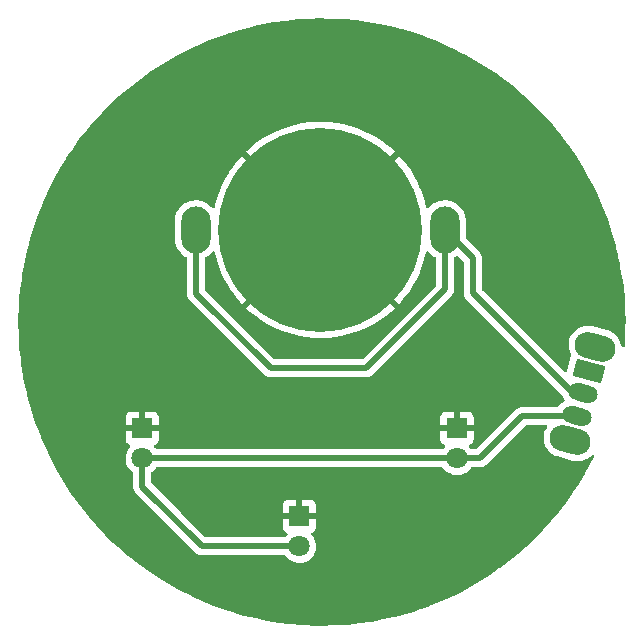
<source format=gbr>
%TF.GenerationSoftware,KiCad,Pcbnew,(6.0.4)*%
%TF.CreationDate,2022-06-06T16:45:48-07:00*%
%TF.ProjectId,Alpenglow_ChillySnowCloud_PCB,416c7065-6e67-46c6-9f77-5f4368696c6c,rev?*%
%TF.SameCoordinates,Original*%
%TF.FileFunction,Copper,L2,Bot*%
%TF.FilePolarity,Positive*%
%FSLAX46Y46*%
G04 Gerber Fmt 4.6, Leading zero omitted, Abs format (unit mm)*
G04 Created by KiCad (PCBNEW (6.0.4)) date 2022-06-06 16:45:48*
%MOMM*%
%LPD*%
G01*
G04 APERTURE LIST*
G04 Aperture macros list*
%AMHorizOval*
0 Thick line with rounded ends*
0 $1 width*
0 $2 $3 position (X,Y) of the first rounded end (center of the circle)*
0 $4 $5 position (X,Y) of the second rounded end (center of the circle)*
0 Add line between two ends*
20,1,$1,$2,$3,$4,$5,0*
0 Add two circle primitives to create the rounded ends*
1,1,$1,$2,$3*
1,1,$1,$4,$5*%
%AMRotRect*
0 Rectangle, with rotation*
0 The origin of the aperture is its center*
0 $1 length*
0 $2 width*
0 $3 Rotation angle, in degrees counterclockwise*
0 Add horizontal line*
21,1,$1,$2,0,0,$3*%
G04 Aperture macros list end*
%TA.AperFunction,ComponentPad*%
%ADD10R,1.800000X1.800000*%
%TD*%
%TA.AperFunction,ComponentPad*%
%ADD11C,1.800000*%
%TD*%
%TA.AperFunction,ComponentPad*%
%ADD12O,2.500000X4.000000*%
%TD*%
%TA.AperFunction,SMDPad,CuDef*%
%ADD13C,17.272000*%
%TD*%
%TA.AperFunction,ComponentPad*%
%ADD14HorizOval,2.200000X-0.627852X0.168232X0.627852X-0.168232X0*%
%TD*%
%TA.AperFunction,ComponentPad*%
%ADD15RotRect,1.500000X2.500000X255.000000*%
%TD*%
%TA.AperFunction,ComponentPad*%
%ADD16HorizOval,1.500000X-0.482963X0.129410X0.482963X-0.129410X0*%
%TD*%
%TA.AperFunction,Conductor*%
%ADD17C,0.508000*%
%TD*%
G04 APERTURE END LIST*
D10*
%TO.P,D1,1,K*%
%TO.N,GND*%
X96088200Y-109397800D03*
D11*
%TO.P,D1,2,A*%
%TO.N,/LED+*%
X96088200Y-111937800D03*
%TD*%
D10*
%TO.P,D2,1,K*%
%TO.N,GND*%
X109397800Y-116840000D03*
D11*
%TO.P,D2,2,A*%
%TO.N,/LED+*%
X109397800Y-119380000D03*
%TD*%
D10*
%TO.P,D3,1,K*%
%TO.N,GND*%
X122732800Y-109397800D03*
D11*
%TO.P,D3,2,A*%
%TO.N,/LED+*%
X122732800Y-111937800D03*
%TD*%
D12*
%TO.P,BT1,1,+*%
%TO.N,VCC*%
X121716800Y-92583000D03*
X100634800Y-92583000D03*
D13*
%TO.P,BT1,2,-*%
%TO.N,GND*%
X111175800Y-92583000D03*
%TD*%
D14*
%TO.P,SW1,*%
%TO.N,*%
X134443520Y-102471556D03*
X132321204Y-110392148D03*
D15*
%TO.P,SW1,1,A*%
%TO.N,unconnected-(SW1-Pad1)*%
X133900000Y-104500000D03*
D16*
%TO.P,SW1,2,B*%
%TO.N,VCC*%
X133382362Y-106431852D03*
%TO.P,SW1,3,C*%
%TO.N,/LED+*%
X132864724Y-108363703D03*
%TD*%
D17*
%TO.N,VCC*%
X124079000Y-94945200D02*
X121716800Y-92583000D01*
X115036600Y-104317800D02*
X106959400Y-104317800D01*
X100634800Y-97993200D02*
X100634800Y-92583000D01*
X106959400Y-104317800D02*
X100634800Y-97993200D01*
X132568452Y-106431852D02*
X124079000Y-97942400D01*
X133382362Y-106431852D02*
X132568452Y-106431852D01*
X121716800Y-92583000D02*
X121716800Y-97637600D01*
X124079000Y-97942400D02*
X124079000Y-94945200D01*
X121716800Y-97637600D02*
X115036600Y-104317800D01*
%TO.N,/LED+*%
X96088200Y-114325400D02*
X101142800Y-119380000D01*
X101142800Y-119380000D02*
X109397800Y-119380000D01*
X124663200Y-111937800D02*
X122732800Y-111937800D01*
X96088200Y-111937800D02*
X96088200Y-114325400D01*
X132864724Y-108363703D02*
X128237297Y-108363703D01*
X128237297Y-108363703D02*
X124663200Y-111937800D01*
X122732800Y-111937800D02*
X96088200Y-111937800D01*
%TD*%
%TA.AperFunction,Conductor*%
%TO.N,GND*%
G36*
X111714619Y-74703779D02*
G01*
X112194626Y-74711320D01*
X112199461Y-74711488D01*
X112913298Y-74750148D01*
X113180146Y-74764599D01*
X113184956Y-74764953D01*
X114162820Y-74855667D01*
X114167622Y-74856206D01*
X115141312Y-74984395D01*
X115146050Y-74985111D01*
X115630104Y-75067852D01*
X116114134Y-75150589D01*
X116118886Y-75151496D01*
X117079840Y-75354001D01*
X117084553Y-75355089D01*
X117387538Y-75431193D01*
X118037078Y-75594346D01*
X118041698Y-75595602D01*
X118984309Y-75871240D01*
X118988905Y-75872680D01*
X119920253Y-76184305D01*
X119924806Y-76185926D01*
X120085726Y-76246733D01*
X120843494Y-76533070D01*
X120847985Y-76534867D01*
X121752641Y-76917007D01*
X121757053Y-76918970D01*
X121909870Y-76990555D01*
X122646407Y-77335575D01*
X122650740Y-77337707D01*
X122947872Y-77491068D01*
X123523444Y-77788143D01*
X123527699Y-77790444D01*
X124382455Y-78274042D01*
X124386619Y-78276505D01*
X125222153Y-78792541D01*
X125226220Y-78795161D01*
X126041374Y-79342922D01*
X126045337Y-79345697D01*
X126838849Y-79924336D01*
X126842702Y-79927261D01*
X127613401Y-80535921D01*
X127617140Y-80538992D01*
X128363929Y-81176811D01*
X128367546Y-81180023D01*
X129089268Y-81846009D01*
X129092760Y-81849357D01*
X129788420Y-82542593D01*
X129791780Y-82546073D01*
X130460292Y-83265477D01*
X130463517Y-83269084D01*
X130577362Y-83401441D01*
X131103937Y-84013642D01*
X131106981Y-84017320D01*
X131519720Y-84536203D01*
X131718369Y-84785939D01*
X131721307Y-84789782D01*
X132302708Y-85581265D01*
X132305493Y-85585212D01*
X132856108Y-86398467D01*
X132858726Y-86402501D01*
X133377671Y-87236222D01*
X133380149Y-87240377D01*
X133866752Y-88093481D01*
X133869058Y-88097712D01*
X134222340Y-88776361D01*
X134322526Y-88968816D01*
X134324674Y-88973142D01*
X134657904Y-89678095D01*
X134744368Y-89861012D01*
X134746345Y-89865410D01*
X134926898Y-90288711D01*
X135131663Y-90768776D01*
X135133475Y-90773261D01*
X135483817Y-91690715D01*
X135485455Y-91695267D01*
X135800328Y-92625519D01*
X135801790Y-92630128D01*
X136036393Y-93422133D01*
X136080708Y-93571739D01*
X136081989Y-93576388D01*
X136324439Y-94527557D01*
X136324565Y-94528050D01*
X136325667Y-94532747D01*
X136398561Y-94872765D01*
X136531533Y-95493025D01*
X136532456Y-95497774D01*
X136564954Y-95683978D01*
X136655650Y-96203639D01*
X136701304Y-96465226D01*
X136702041Y-96469988D01*
X136833628Y-97443223D01*
X136834183Y-97448016D01*
X136928006Y-98422405D01*
X136928312Y-98425587D01*
X136928681Y-98430387D01*
X136944589Y-98706278D01*
X136985214Y-99410845D01*
X136985400Y-99415679D01*
X137004262Y-100398015D01*
X137004276Y-100401966D01*
X136999449Y-100797017D01*
X136996651Y-101026048D01*
X136996540Y-101030005D01*
X136953683Y-102011576D01*
X136953379Y-102016404D01*
X136918630Y-102439065D01*
X136893114Y-102505318D01*
X136835829Y-102547258D01*
X136764963Y-102551570D01*
X136703016Y-102516884D01*
X136669656Y-102454214D01*
X136668132Y-102445188D01*
X136660573Y-102387768D01*
X136649587Y-102304327D01*
X136577679Y-102061570D01*
X136468680Y-101833050D01*
X136385200Y-101711585D01*
X136328082Y-101628477D01*
X136328078Y-101628473D01*
X136325276Y-101624395D01*
X136321871Y-101620806D01*
X136321867Y-101620802D01*
X136154403Y-101444332D01*
X136154401Y-101444331D01*
X136150996Y-101440742D01*
X136140761Y-101432888D01*
X135954055Y-101289624D01*
X135954053Y-101289623D01*
X135950132Y-101286614D01*
X135727630Y-101165806D01*
X135548727Y-101102453D01*
X135443936Y-101074375D01*
X134173326Y-100733916D01*
X134173315Y-100733913D01*
X134170932Y-100733275D01*
X134134453Y-100726514D01*
X133989183Y-100699590D01*
X133989182Y-100699590D01*
X133984321Y-100698689D01*
X133872079Y-100695750D01*
X133736169Y-100692190D01*
X133736163Y-100692190D01*
X133731224Y-100692061D01*
X133561357Y-100714424D01*
X133485113Y-100724462D01*
X133485112Y-100724462D01*
X133480207Y-100725108D01*
X133237450Y-100797017D01*
X133216919Y-100806810D01*
X133013399Y-100903884D01*
X133013395Y-100903886D01*
X133008930Y-100906016D01*
X133004846Y-100908823D01*
X132804357Y-101046614D01*
X132804353Y-101046618D01*
X132800275Y-101049420D01*
X132796686Y-101052825D01*
X132796682Y-101052829D01*
X132620212Y-101220293D01*
X132616622Y-101223700D01*
X132613612Y-101227623D01*
X132613610Y-101227625D01*
X132566037Y-101289624D01*
X132462494Y-101424564D01*
X132341686Y-101647066D01*
X132257172Y-101885727D01*
X132256272Y-101890585D01*
X132256270Y-101890591D01*
X132211936Y-102129797D01*
X132211033Y-102134671D01*
X132210903Y-102139620D01*
X132210903Y-102139624D01*
X132206462Y-102309233D01*
X132204405Y-102387768D01*
X132237452Y-102638785D01*
X132309361Y-102881542D01*
X132418360Y-103110062D01*
X132420273Y-103112846D01*
X132436911Y-103181414D01*
X132428527Y-103220985D01*
X132407992Y-103273928D01*
X132338690Y-103532566D01*
X132058917Y-104576693D01*
X132021965Y-104637316D01*
X131958105Y-104668337D01*
X131887610Y-104659909D01*
X131848115Y-104633177D01*
X124878405Y-97663467D01*
X124844379Y-97601155D01*
X124841500Y-97574372D01*
X124841500Y-95012568D01*
X124842933Y-94993617D01*
X124845123Y-94979224D01*
X124845123Y-94979222D01*
X124846223Y-94971992D01*
X124841915Y-94919025D01*
X124841500Y-94908811D01*
X124841500Y-94900675D01*
X124838190Y-94872284D01*
X124837757Y-94867909D01*
X124832403Y-94802072D01*
X124832402Y-94802069D01*
X124831809Y-94794773D01*
X124829554Y-94787811D01*
X124828354Y-94781807D01*
X124826948Y-94775860D01*
X124826101Y-94768593D01*
X124801053Y-94699587D01*
X124799625Y-94695427D01*
X124779269Y-94632591D01*
X124779268Y-94632589D01*
X124777012Y-94625625D01*
X124773215Y-94619368D01*
X124770660Y-94613787D01*
X124767929Y-94608334D01*
X124765434Y-94601459D01*
X124725163Y-94540035D01*
X124722842Y-94536355D01*
X124687690Y-94478425D01*
X124687686Y-94478420D01*
X124684773Y-94473619D01*
X124677332Y-94465195D01*
X124677362Y-94465169D01*
X124674764Y-94462241D01*
X124671960Y-94458887D01*
X124667946Y-94452765D01*
X124611395Y-94399194D01*
X124608954Y-94396817D01*
X123512205Y-93300068D01*
X123478179Y-93237756D01*
X123475300Y-93210973D01*
X123475300Y-91766646D01*
X123469826Y-91692979D01*
X123461207Y-91577000D01*
X123461206Y-91576996D01*
X123460861Y-91572348D01*
X123449525Y-91522248D01*
X123404208Y-91321980D01*
X123403177Y-91317423D01*
X123308447Y-91073823D01*
X123178751Y-90846902D01*
X123016938Y-90641643D01*
X122826563Y-90462557D01*
X122611809Y-90313576D01*
X122607616Y-90311508D01*
X122381581Y-90200040D01*
X122381578Y-90200039D01*
X122377393Y-90197975D01*
X122331249Y-90183204D01*
X122132923Y-90119720D01*
X122128465Y-90118293D01*
X121870493Y-90076279D01*
X121756742Y-90074790D01*
X121613822Y-90072919D01*
X121613819Y-90072919D01*
X121609145Y-90072858D01*
X121350162Y-90108104D01*
X121099233Y-90181243D01*
X121094980Y-90183203D01*
X121094979Y-90183204D01*
X121058459Y-90200040D01*
X120861872Y-90290668D01*
X120822867Y-90316241D01*
X120647204Y-90431410D01*
X120647199Y-90431414D01*
X120643291Y-90433976D01*
X120448294Y-90608018D01*
X120445306Y-90611611D01*
X120341568Y-90736341D01*
X120282630Y-90775924D01*
X120211648Y-90777360D01*
X120151158Y-90740192D01*
X120121899Y-90684008D01*
X120021628Y-90247948D01*
X120020582Y-90243992D01*
X119852503Y-89681976D01*
X119851205Y-89678095D01*
X119647198Y-89128065D01*
X119645672Y-89124327D01*
X119406595Y-88588611D01*
X119404807Y-88584929D01*
X119131672Y-88065786D01*
X119129657Y-88062238D01*
X118823578Y-87561782D01*
X118821350Y-87558391D01*
X118483595Y-87078704D01*
X118481169Y-87075485D01*
X118113164Y-86618595D01*
X118110520Y-86615522D01*
X117831763Y-86311845D01*
X117818159Y-86303642D01*
X117817760Y-86303654D01*
X117808967Y-86309043D01*
X111547822Y-92570188D01*
X111540208Y-92584132D01*
X111540339Y-92585965D01*
X111544590Y-92592580D01*
X117806032Y-98854022D01*
X117819976Y-98861636D01*
X117821020Y-98861562D01*
X117828713Y-98856489D01*
X117994676Y-98682514D01*
X117997399Y-98679468D01*
X118374089Y-98229749D01*
X118376583Y-98226569D01*
X118723474Y-97753469D01*
X118725774Y-97750109D01*
X119041409Y-97255616D01*
X119043480Y-97252128D01*
X119326552Y-96738284D01*
X119328388Y-96734682D01*
X119577711Y-96203639D01*
X119579313Y-96199920D01*
X119793848Y-95653895D01*
X119795205Y-95650085D01*
X119974057Y-95091350D01*
X119975163Y-95087469D01*
X120117589Y-94518345D01*
X120118441Y-94514401D01*
X120122922Y-94489866D01*
X120154838Y-94426447D01*
X120215973Y-94390350D01*
X120286919Y-94393036D01*
X120345822Y-94434497D01*
X120416662Y-94524357D01*
X120607037Y-94703443D01*
X120821791Y-94852424D01*
X120884030Y-94883117D01*
X120936277Y-94931185D01*
X120954300Y-94996122D01*
X120954300Y-97269572D01*
X120934298Y-97337693D01*
X120917395Y-97358667D01*
X114757667Y-103518395D01*
X114695355Y-103552421D01*
X114668572Y-103555300D01*
X107327427Y-103555300D01*
X107259306Y-103535298D01*
X107238332Y-103518395D01*
X102947961Y-99228023D01*
X104896317Y-99228023D01*
X104896341Y-99228362D01*
X104902164Y-99236994D01*
X105220422Y-99528113D01*
X105223524Y-99530773D01*
X105681035Y-99897963D01*
X105684278Y-99900399D01*
X106164523Y-100237294D01*
X106167950Y-100239537D01*
X106668930Y-100544737D01*
X106672465Y-100546737D01*
X107192131Y-100818990D01*
X107195769Y-100820749D01*
X107731889Y-101058884D01*
X107735679Y-101060423D01*
X108286048Y-101263465D01*
X108289913Y-101264751D01*
X108852243Y-101431854D01*
X108856184Y-101432888D01*
X109428118Y-101563353D01*
X109432113Y-101564130D01*
X110011293Y-101657418D01*
X110015332Y-101657935D01*
X110599304Y-101713651D01*
X110603373Y-101713907D01*
X111189723Y-101731822D01*
X111193810Y-101731814D01*
X111780106Y-101711853D01*
X111784148Y-101711585D01*
X112367945Y-101653828D01*
X112371981Y-101653297D01*
X112950815Y-101557991D01*
X112954818Y-101557198D01*
X113526306Y-101424734D01*
X113530226Y-101423691D01*
X114091991Y-101254619D01*
X114095824Y-101253329D01*
X114645484Y-101048366D01*
X114649277Y-101046810D01*
X115184552Y-100806810D01*
X115188213Y-100805024D01*
X115706916Y-100530964D01*
X115710422Y-100528964D01*
X116210358Y-100222003D01*
X116213755Y-100219762D01*
X116692834Y-99881183D01*
X116696058Y-99878745D01*
X117152304Y-99509943D01*
X117155371Y-99507296D01*
X117446818Y-99238827D01*
X117454996Y-99225210D01*
X117454982Y-99224751D01*
X117449637Y-99216047D01*
X111188612Y-92955022D01*
X111174668Y-92947408D01*
X111172835Y-92947539D01*
X111166220Y-92951790D01*
X104903931Y-99214079D01*
X104896317Y-99228023D01*
X102947961Y-99228023D01*
X101434205Y-97714267D01*
X101400179Y-97651955D01*
X101397300Y-97625172D01*
X101397300Y-94998600D01*
X101417302Y-94930479D01*
X101470547Y-94884175D01*
X101485481Y-94877290D01*
X101485482Y-94877289D01*
X101489728Y-94875332D01*
X101632135Y-94781966D01*
X101704396Y-94734590D01*
X101704401Y-94734586D01*
X101708309Y-94732024D01*
X101903306Y-94557982D01*
X101990815Y-94452765D01*
X102008638Y-94431335D01*
X102067576Y-94391752D01*
X102138558Y-94390316D01*
X102199048Y-94427484D01*
X102229382Y-94488835D01*
X102239953Y-94545597D01*
X102240825Y-94549562D01*
X102385228Y-95118148D01*
X102386358Y-95122062D01*
X102567148Y-95680136D01*
X102568532Y-95683978D01*
X102784957Y-96229215D01*
X102786588Y-96232966D01*
X103037747Y-96763100D01*
X103039605Y-96766714D01*
X103324470Y-97279570D01*
X103326545Y-97283037D01*
X103643907Y-97776433D01*
X103646224Y-97779790D01*
X103994745Y-98251649D01*
X103997276Y-98254854D01*
X104375530Y-98703250D01*
X104378257Y-98706278D01*
X104520072Y-98853904D01*
X104533857Y-98861794D01*
X104535021Y-98861734D01*
X104542654Y-98856936D01*
X110803778Y-92595812D01*
X110811392Y-92581868D01*
X110811261Y-92580035D01*
X110807010Y-92573420D01*
X104543286Y-86309696D01*
X104529342Y-86302082D01*
X104527537Y-86302211D01*
X104520884Y-86306490D01*
X104497066Y-86330350D01*
X104494274Y-86333333D01*
X104107471Y-86774396D01*
X104104906Y-86777518D01*
X103747366Y-87242634D01*
X103745003Y-87245923D01*
X103418218Y-87733146D01*
X103416076Y-87736575D01*
X103121426Y-88243854D01*
X103119500Y-88247430D01*
X102858192Y-88772679D01*
X102856507Y-88776361D01*
X102629653Y-89317346D01*
X102628188Y-89321184D01*
X102436721Y-89875671D01*
X102435517Y-89879559D01*
X102280231Y-90445251D01*
X102279271Y-90449247D01*
X102231130Y-90682743D01*
X102197785Y-90745422D01*
X102135846Y-90780122D01*
X102064980Y-90775827D01*
X102008776Y-90735306D01*
X101968336Y-90684008D01*
X101934938Y-90641643D01*
X101744563Y-90462557D01*
X101529809Y-90313576D01*
X101525616Y-90311508D01*
X101299581Y-90200040D01*
X101299578Y-90200039D01*
X101295393Y-90197975D01*
X101249249Y-90183204D01*
X101050923Y-90119720D01*
X101046465Y-90118293D01*
X100788493Y-90076279D01*
X100674742Y-90074790D01*
X100531822Y-90072919D01*
X100531819Y-90072919D01*
X100527145Y-90072858D01*
X100268162Y-90108104D01*
X100017233Y-90181243D01*
X100012980Y-90183203D01*
X100012979Y-90183204D01*
X99976459Y-90200040D01*
X99779872Y-90290668D01*
X99740867Y-90316241D01*
X99565204Y-90431410D01*
X99565199Y-90431414D01*
X99561291Y-90433976D01*
X99366294Y-90608018D01*
X99199163Y-90808970D01*
X99196734Y-90812973D01*
X99119726Y-90939879D01*
X99063571Y-91032419D01*
X98962497Y-91273455D01*
X98898159Y-91526783D01*
X98876300Y-91743867D01*
X98876300Y-93399354D01*
X98876473Y-93401679D01*
X98876473Y-93401685D01*
X98889111Y-93571739D01*
X98890739Y-93593652D01*
X98948423Y-93848577D01*
X99043153Y-94092177D01*
X99172849Y-94319098D01*
X99334662Y-94524357D01*
X99525037Y-94703443D01*
X99739791Y-94852424D01*
X99802030Y-94883117D01*
X99854277Y-94931185D01*
X99872300Y-94996122D01*
X99872300Y-97925823D01*
X99870867Y-97944772D01*
X99869220Y-97955600D01*
X99867576Y-97966408D01*
X99868169Y-97973700D01*
X99868169Y-97973703D01*
X99871885Y-98019383D01*
X99872300Y-98029598D01*
X99872300Y-98037725D01*
X99875611Y-98066124D01*
X99876038Y-98070444D01*
X99881991Y-98143626D01*
X99884247Y-98150588D01*
X99885443Y-98156576D01*
X99886851Y-98162533D01*
X99887699Y-98169807D01*
X99890197Y-98176689D01*
X99890198Y-98176693D01*
X99912745Y-98238807D01*
X99914155Y-98242911D01*
X99936787Y-98312775D01*
X99940587Y-98319038D01*
X99943125Y-98324580D01*
X99945867Y-98330056D01*
X99948366Y-98336941D01*
X99952381Y-98343065D01*
X99988615Y-98398332D01*
X99990930Y-98402000D01*
X100029027Y-98464781D01*
X100032741Y-98468986D01*
X100032743Y-98468989D01*
X100036467Y-98473205D01*
X100036438Y-98473231D01*
X100039038Y-98476162D01*
X100041842Y-98479516D01*
X100045854Y-98485635D01*
X100098668Y-98535666D01*
X100102386Y-98539188D01*
X100104828Y-98541566D01*
X106372590Y-104809328D01*
X106384977Y-104823741D01*
X106397946Y-104841364D01*
X106403529Y-104846107D01*
X106438455Y-104875779D01*
X106445971Y-104882709D01*
X106451715Y-104888453D01*
X106454589Y-104890727D01*
X106454596Y-104890733D01*
X106474111Y-104906172D01*
X106477515Y-104908963D01*
X106527872Y-104951745D01*
X106527876Y-104951748D01*
X106533451Y-104956484D01*
X106539968Y-104959812D01*
X106545032Y-104963189D01*
X106550256Y-104966416D01*
X106556000Y-104970960D01*
X106562631Y-104974059D01*
X106622482Y-105002032D01*
X106626433Y-105003963D01*
X106691804Y-105037343D01*
X106698919Y-105039084D01*
X106704665Y-105041221D01*
X106710448Y-105043145D01*
X106717079Y-105046244D01*
X106788957Y-105061194D01*
X106793229Y-105062161D01*
X106864512Y-105079604D01*
X106870111Y-105079951D01*
X106870115Y-105079952D01*
X106875730Y-105080300D01*
X106875728Y-105080339D01*
X106879629Y-105080572D01*
X106883988Y-105080961D01*
X106891156Y-105082452D01*
X106898473Y-105082254D01*
X106968977Y-105080346D01*
X106972386Y-105080300D01*
X114969224Y-105080300D01*
X114988174Y-105081733D01*
X115002573Y-105083924D01*
X115002579Y-105083924D01*
X115009808Y-105085024D01*
X115017100Y-105084431D01*
X115017103Y-105084431D01*
X115062783Y-105080715D01*
X115072998Y-105080300D01*
X115081125Y-105080300D01*
X115084761Y-105079876D01*
X115084763Y-105079876D01*
X115088215Y-105079473D01*
X115109524Y-105076989D01*
X115113844Y-105076562D01*
X115187026Y-105070609D01*
X115193988Y-105068353D01*
X115199976Y-105067157D01*
X115205933Y-105065749D01*
X115213207Y-105064901D01*
X115220089Y-105062403D01*
X115220093Y-105062402D01*
X115282207Y-105039855D01*
X115286311Y-105038445D01*
X115356175Y-105015813D01*
X115362438Y-105012013D01*
X115367980Y-105009475D01*
X115373456Y-105006733D01*
X115380341Y-105004234D01*
X115441732Y-104963985D01*
X115445400Y-104961670D01*
X115508181Y-104923573D01*
X115512386Y-104919859D01*
X115512389Y-104919857D01*
X115516605Y-104916133D01*
X115516631Y-104916162D01*
X115519562Y-104913562D01*
X115522916Y-104910758D01*
X115529035Y-104906746D01*
X115582589Y-104850213D01*
X115584966Y-104847772D01*
X122208328Y-98224410D01*
X122222741Y-98212023D01*
X122234465Y-98203395D01*
X122240364Y-98199054D01*
X122274779Y-98158545D01*
X122281709Y-98151029D01*
X122287453Y-98145285D01*
X122289727Y-98142411D01*
X122289733Y-98142404D01*
X122305172Y-98122889D01*
X122307963Y-98119485D01*
X122350745Y-98069128D01*
X122350748Y-98069124D01*
X122355484Y-98063549D01*
X122358811Y-98057034D01*
X122362192Y-98051964D01*
X122365417Y-98046742D01*
X122369960Y-98041000D01*
X122401046Y-97974488D01*
X122402952Y-97970588D01*
X122403976Y-97968583D01*
X122436343Y-97905196D01*
X122438084Y-97898079D01*
X122440211Y-97892361D01*
X122442142Y-97886555D01*
X122445243Y-97879921D01*
X122460191Y-97808061D01*
X122461159Y-97803781D01*
X122467030Y-97779790D01*
X122478604Y-97732488D01*
X122479300Y-97721270D01*
X122479339Y-97721272D01*
X122479572Y-97717371D01*
X122479961Y-97713012D01*
X122481452Y-97705844D01*
X122479346Y-97628024D01*
X122479300Y-97624615D01*
X122479300Y-94998600D01*
X122499302Y-94930479D01*
X122552547Y-94884175D01*
X122567481Y-94877290D01*
X122567482Y-94877289D01*
X122571728Y-94875332D01*
X122575640Y-94872767D01*
X122575644Y-94872765D01*
X122702896Y-94789336D01*
X122770831Y-94768713D01*
X122839131Y-94788093D01*
X122861075Y-94805613D01*
X123279595Y-95224133D01*
X123313621Y-95286445D01*
X123316500Y-95313228D01*
X123316500Y-97875024D01*
X123315067Y-97893974D01*
X123312876Y-97908373D01*
X123312876Y-97908379D01*
X123311776Y-97915608D01*
X123312369Y-97922900D01*
X123312369Y-97922903D01*
X123316085Y-97968583D01*
X123316500Y-97978798D01*
X123316500Y-97986925D01*
X123319811Y-98015324D01*
X123320238Y-98019644D01*
X123326191Y-98092826D01*
X123328447Y-98099788D01*
X123329643Y-98105776D01*
X123331051Y-98111733D01*
X123331899Y-98119007D01*
X123334397Y-98125889D01*
X123334398Y-98125893D01*
X123356945Y-98188007D01*
X123358355Y-98192111D01*
X123380987Y-98261975D01*
X123384787Y-98268238D01*
X123387325Y-98273780D01*
X123390067Y-98279256D01*
X123392566Y-98286141D01*
X123396581Y-98292265D01*
X123432815Y-98347532D01*
X123435130Y-98351200D01*
X123473227Y-98413981D01*
X123476941Y-98418186D01*
X123476943Y-98418189D01*
X123480667Y-98422405D01*
X123480638Y-98422431D01*
X123483238Y-98425362D01*
X123486042Y-98428716D01*
X123490054Y-98434835D01*
X123495366Y-98439867D01*
X123546586Y-98488388D01*
X123549028Y-98490766D01*
X131654965Y-106596703D01*
X131688978Y-106658955D01*
X131693633Y-106680305D01*
X131779603Y-106887856D01*
X131782634Y-106892578D01*
X131782636Y-106892581D01*
X131820693Y-106951861D01*
X131840662Y-107019992D01*
X131820627Y-107088103D01*
X131779370Y-107128046D01*
X131639044Y-107212029D01*
X131469755Y-107359709D01*
X131466246Y-107364089D01*
X131332799Y-107530657D01*
X131332796Y-107530662D01*
X131329293Y-107535034D01*
X131326618Y-107539961D01*
X131323510Y-107544639D01*
X131321316Y-107543181D01*
X131279052Y-107585647D01*
X131218404Y-107601203D01*
X128304665Y-107601203D01*
X128285717Y-107599770D01*
X128278330Y-107598646D01*
X128271321Y-107597580D01*
X128271319Y-107597580D01*
X128264089Y-107596480D01*
X128256797Y-107597073D01*
X128256794Y-107597073D01*
X128211122Y-107600788D01*
X128200908Y-107601203D01*
X128192772Y-107601203D01*
X128189137Y-107601627D01*
X128189134Y-107601627D01*
X128171132Y-107603726D01*
X128164381Y-107604513D01*
X128160010Y-107604946D01*
X128148998Y-107605841D01*
X128094169Y-107610300D01*
X128094166Y-107610301D01*
X128086870Y-107610894D01*
X128079908Y-107613149D01*
X128073904Y-107614349D01*
X128067957Y-107615755D01*
X128060690Y-107616602D01*
X127991685Y-107641650D01*
X127987524Y-107643078D01*
X127924684Y-107663435D01*
X127924679Y-107663437D01*
X127917722Y-107665691D01*
X127911470Y-107669485D01*
X127905895Y-107672037D01*
X127900432Y-107674773D01*
X127893556Y-107677269D01*
X127887437Y-107681281D01*
X127832160Y-107717522D01*
X127828456Y-107719859D01*
X127765716Y-107757931D01*
X127757291Y-107765371D01*
X127757266Y-107765343D01*
X127754341Y-107767937D01*
X127750987Y-107770742D01*
X127744862Y-107774757D01*
X127739827Y-107780072D01*
X127739826Y-107780073D01*
X127691309Y-107831289D01*
X127688931Y-107833731D01*
X124384267Y-111138395D01*
X124321955Y-111172421D01*
X124295172Y-111175300D01*
X123985705Y-111175300D01*
X123917584Y-111155298D01*
X123879913Y-111117740D01*
X123855374Y-111079809D01*
X123852564Y-111075465D01*
X123762286Y-110976250D01*
X123731234Y-110912405D01*
X123739629Y-110841906D01*
X123784805Y-110787138D01*
X123811249Y-110773469D01*
X123870854Y-110751124D01*
X123886449Y-110742586D01*
X123988524Y-110666085D01*
X124001085Y-110653524D01*
X124077586Y-110551449D01*
X124086124Y-110535854D01*
X124131278Y-110415406D01*
X124134905Y-110400151D01*
X124140431Y-110349286D01*
X124140800Y-110342472D01*
X124140800Y-109669915D01*
X124136325Y-109654676D01*
X124134935Y-109653471D01*
X124127252Y-109651800D01*
X121342916Y-109651800D01*
X121327677Y-109656275D01*
X121326472Y-109657665D01*
X121324801Y-109665348D01*
X121324801Y-110342469D01*
X121325171Y-110349290D01*
X121330695Y-110400152D01*
X121334321Y-110415404D01*
X121379476Y-110535854D01*
X121388014Y-110551449D01*
X121464515Y-110653524D01*
X121477076Y-110666085D01*
X121579151Y-110742586D01*
X121594746Y-110751124D01*
X121654340Y-110773465D01*
X121711104Y-110816107D01*
X121735804Y-110882668D01*
X121720596Y-110952017D01*
X121701204Y-110978498D01*
X121634439Y-111048364D01*
X121631525Y-111052636D01*
X121631524Y-111052637D01*
X121615952Y-111075465D01*
X121600589Y-111097987D01*
X121585365Y-111120304D01*
X121530454Y-111165307D01*
X121481277Y-111175300D01*
X97341105Y-111175300D01*
X97272984Y-111155298D01*
X97235313Y-111117740D01*
X97210774Y-111079809D01*
X97207964Y-111075465D01*
X97117686Y-110976250D01*
X97086634Y-110912405D01*
X97095029Y-110841906D01*
X97140205Y-110787138D01*
X97166649Y-110773469D01*
X97226254Y-110751124D01*
X97241849Y-110742586D01*
X97343924Y-110666085D01*
X97356485Y-110653524D01*
X97432986Y-110551449D01*
X97441524Y-110535854D01*
X97486678Y-110415406D01*
X97490305Y-110400151D01*
X97495831Y-110349286D01*
X97496200Y-110342472D01*
X97496200Y-109669915D01*
X97491725Y-109654676D01*
X97490335Y-109653471D01*
X97482652Y-109651800D01*
X94698316Y-109651800D01*
X94683077Y-109656275D01*
X94681872Y-109657665D01*
X94680201Y-109665348D01*
X94680201Y-110342469D01*
X94680571Y-110349290D01*
X94686095Y-110400152D01*
X94689721Y-110415404D01*
X94734876Y-110535854D01*
X94743414Y-110551449D01*
X94819915Y-110653524D01*
X94832476Y-110666085D01*
X94934551Y-110742586D01*
X94950146Y-110751124D01*
X95009740Y-110773465D01*
X95066504Y-110816107D01*
X95091204Y-110882668D01*
X95075996Y-110952017D01*
X95056604Y-110978498D01*
X94989839Y-111048364D01*
X94986925Y-111052636D01*
X94986924Y-111052637D01*
X94971352Y-111075465D01*
X94859319Y-111239699D01*
X94761802Y-111449781D01*
X94699907Y-111672969D01*
X94675295Y-111903269D01*
X94675592Y-111908422D01*
X94675592Y-111908425D01*
X94684594Y-112064556D01*
X94688627Y-112134497D01*
X94689764Y-112139543D01*
X94689765Y-112139549D01*
X94696969Y-112171514D01*
X94739546Y-112360442D01*
X94741488Y-112365224D01*
X94741489Y-112365228D01*
X94824740Y-112570250D01*
X94826684Y-112575037D01*
X94947701Y-112772519D01*
X95099347Y-112947584D01*
X95266576Y-113086420D01*
X95277549Y-113095530D01*
X95276509Y-113096782D01*
X95316302Y-113146572D01*
X95325700Y-113194320D01*
X95325700Y-114258024D01*
X95324267Y-114276974D01*
X95322076Y-114291373D01*
X95322076Y-114291379D01*
X95320976Y-114298608D01*
X95321569Y-114305900D01*
X95321569Y-114305903D01*
X95325285Y-114351583D01*
X95325700Y-114361798D01*
X95325700Y-114369925D01*
X95329011Y-114398324D01*
X95329438Y-114402644D01*
X95335391Y-114475826D01*
X95337647Y-114482788D01*
X95338843Y-114488776D01*
X95340251Y-114494733D01*
X95341099Y-114502007D01*
X95343597Y-114508889D01*
X95343598Y-114508893D01*
X95366145Y-114571007D01*
X95367555Y-114575111D01*
X95390187Y-114644975D01*
X95393987Y-114651238D01*
X95396525Y-114656780D01*
X95399267Y-114662256D01*
X95401766Y-114669141D01*
X95405781Y-114675265D01*
X95442015Y-114730532D01*
X95444330Y-114734200D01*
X95482427Y-114796981D01*
X95486141Y-114801186D01*
X95486143Y-114801189D01*
X95489867Y-114805405D01*
X95489838Y-114805431D01*
X95492438Y-114808362D01*
X95495242Y-114811716D01*
X95499254Y-114817835D01*
X95504566Y-114822867D01*
X95555786Y-114871388D01*
X95558228Y-114873766D01*
X100555990Y-119871528D01*
X100568377Y-119885941D01*
X100581346Y-119903564D01*
X100586929Y-119908307D01*
X100621855Y-119937979D01*
X100629371Y-119944909D01*
X100635115Y-119950653D01*
X100637989Y-119952927D01*
X100637996Y-119952933D01*
X100657511Y-119968372D01*
X100660915Y-119971163D01*
X100711272Y-120013945D01*
X100711276Y-120013948D01*
X100716851Y-120018684D01*
X100723368Y-120022012D01*
X100728432Y-120025389D01*
X100733656Y-120028616D01*
X100739400Y-120033160D01*
X100805904Y-120064242D01*
X100809801Y-120066147D01*
X100875204Y-120099543D01*
X100882318Y-120101284D01*
X100888052Y-120103416D01*
X100893848Y-120105344D01*
X100900480Y-120108444D01*
X100972355Y-120123394D01*
X100976639Y-120124364D01*
X101047912Y-120141804D01*
X101053514Y-120142152D01*
X101053517Y-120142152D01*
X101059130Y-120142500D01*
X101059128Y-120142537D01*
X101063027Y-120142773D01*
X101067398Y-120143163D01*
X101074557Y-120144652D01*
X101152377Y-120142546D01*
X101155786Y-120142500D01*
X108142481Y-120142500D01*
X108210602Y-120162502D01*
X108249912Y-120202663D01*
X108254598Y-120210310D01*
X108254605Y-120210320D01*
X108257301Y-120214719D01*
X108408947Y-120389784D01*
X108587149Y-120537730D01*
X108787122Y-120654584D01*
X109003494Y-120737209D01*
X109008560Y-120738240D01*
X109008561Y-120738240D01*
X109061646Y-120749040D01*
X109230456Y-120783385D01*
X109361124Y-120788176D01*
X109456749Y-120791683D01*
X109456753Y-120791683D01*
X109461913Y-120791872D01*
X109467033Y-120791216D01*
X109467035Y-120791216D01*
X109540070Y-120781860D01*
X109691647Y-120762442D01*
X109696595Y-120760957D01*
X109696602Y-120760956D01*
X109908547Y-120697369D01*
X109913490Y-120695886D01*
X109996408Y-120655265D01*
X110116849Y-120596262D01*
X110116852Y-120596260D01*
X110121484Y-120593991D01*
X110310043Y-120459494D01*
X110474103Y-120296005D01*
X110609258Y-120107917D01*
X110644674Y-120036259D01*
X110709584Y-119904922D01*
X110709585Y-119904920D01*
X110711878Y-119900280D01*
X110779208Y-119678671D01*
X110809440Y-119449041D01*
X110811127Y-119380000D01*
X110804832Y-119303434D01*
X110792573Y-119154318D01*
X110792572Y-119154312D01*
X110792149Y-119149167D01*
X110735725Y-118924533D01*
X110643370Y-118712131D01*
X110517564Y-118517665D01*
X110427286Y-118418450D01*
X110396234Y-118354605D01*
X110404629Y-118284106D01*
X110449805Y-118229338D01*
X110476249Y-118215669D01*
X110535854Y-118193324D01*
X110551449Y-118184786D01*
X110653524Y-118108285D01*
X110666085Y-118095724D01*
X110742586Y-117993649D01*
X110751124Y-117978054D01*
X110796278Y-117857606D01*
X110799905Y-117842351D01*
X110805431Y-117791486D01*
X110805800Y-117784672D01*
X110805800Y-117112115D01*
X110801325Y-117096876D01*
X110799935Y-117095671D01*
X110792252Y-117094000D01*
X108007916Y-117094000D01*
X107992677Y-117098475D01*
X107991472Y-117099865D01*
X107989801Y-117107548D01*
X107989801Y-117784669D01*
X107990171Y-117791490D01*
X107995695Y-117842352D01*
X107999321Y-117857604D01*
X108044476Y-117978054D01*
X108053014Y-117993649D01*
X108129515Y-118095724D01*
X108142076Y-118108285D01*
X108244151Y-118184786D01*
X108259746Y-118193324D01*
X108319340Y-118215665D01*
X108376104Y-118258307D01*
X108400804Y-118324868D01*
X108385596Y-118394217D01*
X108366204Y-118420698D01*
X108299439Y-118490564D01*
X108296525Y-118494836D01*
X108296524Y-118494837D01*
X108250365Y-118562504D01*
X108195454Y-118607507D01*
X108146277Y-118617500D01*
X101510828Y-118617500D01*
X101442707Y-118597498D01*
X101421733Y-118580595D01*
X99409023Y-116567885D01*
X107989800Y-116567885D01*
X107994275Y-116583124D01*
X107995665Y-116584329D01*
X108003348Y-116586000D01*
X109125685Y-116586000D01*
X109140924Y-116581525D01*
X109142129Y-116580135D01*
X109143800Y-116572452D01*
X109143800Y-116567885D01*
X109651800Y-116567885D01*
X109656275Y-116583124D01*
X109657665Y-116584329D01*
X109665348Y-116586000D01*
X110787684Y-116586000D01*
X110802923Y-116581525D01*
X110804128Y-116580135D01*
X110805799Y-116572452D01*
X110805799Y-115895331D01*
X110805429Y-115888510D01*
X110799905Y-115837648D01*
X110796279Y-115822396D01*
X110751124Y-115701946D01*
X110742586Y-115686351D01*
X110666085Y-115584276D01*
X110653524Y-115571715D01*
X110551449Y-115495214D01*
X110535854Y-115486676D01*
X110415406Y-115441522D01*
X110400151Y-115437895D01*
X110349286Y-115432369D01*
X110342472Y-115432000D01*
X109669915Y-115432000D01*
X109654676Y-115436475D01*
X109653471Y-115437865D01*
X109651800Y-115445548D01*
X109651800Y-116567885D01*
X109143800Y-116567885D01*
X109143800Y-115450116D01*
X109139325Y-115434877D01*
X109137935Y-115433672D01*
X109130252Y-115432001D01*
X108453131Y-115432001D01*
X108446310Y-115432371D01*
X108395448Y-115437895D01*
X108380196Y-115441521D01*
X108259746Y-115486676D01*
X108244151Y-115495214D01*
X108142076Y-115571715D01*
X108129515Y-115584276D01*
X108053014Y-115686351D01*
X108044476Y-115701946D01*
X107999322Y-115822394D01*
X107995695Y-115837649D01*
X107990169Y-115888514D01*
X107989800Y-115895328D01*
X107989800Y-116567885D01*
X99409023Y-116567885D01*
X96887605Y-114046467D01*
X96853579Y-113984155D01*
X96850700Y-113957372D01*
X96850700Y-113188999D01*
X96870702Y-113120878D01*
X96903531Y-113086420D01*
X97000443Y-113017294D01*
X97164503Y-112853805D01*
X97237103Y-112752771D01*
X97293095Y-112709126D01*
X97339423Y-112700300D01*
X121477481Y-112700300D01*
X121545602Y-112720302D01*
X121584912Y-112760463D01*
X121589598Y-112768110D01*
X121589604Y-112768118D01*
X121592301Y-112772519D01*
X121743947Y-112947584D01*
X121922149Y-113095530D01*
X122122122Y-113212384D01*
X122338494Y-113295009D01*
X122343560Y-113296040D01*
X122343561Y-113296040D01*
X122396646Y-113306840D01*
X122565456Y-113341185D01*
X122696124Y-113345976D01*
X122791749Y-113349483D01*
X122791753Y-113349483D01*
X122796913Y-113349672D01*
X122802033Y-113349016D01*
X122802035Y-113349016D01*
X122875070Y-113339660D01*
X123026647Y-113320242D01*
X123031595Y-113318757D01*
X123031602Y-113318756D01*
X123243547Y-113255169D01*
X123248490Y-113253686D01*
X123253124Y-113251416D01*
X123451849Y-113154062D01*
X123451852Y-113154060D01*
X123456484Y-113151791D01*
X123645043Y-113017294D01*
X123809103Y-112853805D01*
X123881703Y-112752771D01*
X123937695Y-112709126D01*
X123984023Y-112700300D01*
X124595824Y-112700300D01*
X124614774Y-112701733D01*
X124629173Y-112703924D01*
X124629179Y-112703924D01*
X124636408Y-112705024D01*
X124643700Y-112704431D01*
X124643703Y-112704431D01*
X124689383Y-112700715D01*
X124699598Y-112700300D01*
X124707725Y-112700300D01*
X124711361Y-112699876D01*
X124711363Y-112699876D01*
X124714815Y-112699473D01*
X124736124Y-112696989D01*
X124740444Y-112696562D01*
X124813626Y-112690609D01*
X124820588Y-112688353D01*
X124826576Y-112687157D01*
X124832533Y-112685749D01*
X124839807Y-112684901D01*
X124846689Y-112682403D01*
X124846693Y-112682402D01*
X124908807Y-112659855D01*
X124912911Y-112658445D01*
X124982775Y-112635813D01*
X124989038Y-112632013D01*
X124994580Y-112629475D01*
X125000056Y-112626733D01*
X125006941Y-112624234D01*
X125068332Y-112583985D01*
X125072000Y-112581670D01*
X125134781Y-112543573D01*
X125138986Y-112539859D01*
X125138989Y-112539857D01*
X125143205Y-112536133D01*
X125143231Y-112536162D01*
X125146162Y-112533562D01*
X125149516Y-112530758D01*
X125155635Y-112526746D01*
X125209189Y-112470213D01*
X125211566Y-112467772D01*
X128516230Y-109163108D01*
X128578542Y-109129082D01*
X128605325Y-109126203D01*
X130252683Y-109126203D01*
X130320804Y-109146205D01*
X130367297Y-109199861D01*
X130377401Y-109270135D01*
X130352646Y-109328906D01*
X130343193Y-109341226D01*
X130343190Y-109341231D01*
X130340178Y-109345156D01*
X130219370Y-109567658D01*
X130134856Y-109806319D01*
X130133956Y-109811177D01*
X130133954Y-109811183D01*
X130103093Y-109977695D01*
X130088717Y-110055263D01*
X130088587Y-110060212D01*
X130088587Y-110060216D01*
X130084146Y-110229826D01*
X130082089Y-110308360D01*
X130082735Y-110313265D01*
X130111367Y-110530745D01*
X130115136Y-110559377D01*
X130187045Y-110802134D01*
X130296044Y-111030654D01*
X130324211Y-111071638D01*
X130436642Y-111235227D01*
X130436646Y-111235231D01*
X130439448Y-111239309D01*
X130442853Y-111242898D01*
X130442857Y-111242902D01*
X130610321Y-111419372D01*
X130613728Y-111422962D01*
X130617651Y-111425972D01*
X130617653Y-111425974D01*
X130810669Y-111574080D01*
X130814592Y-111577090D01*
X131037094Y-111697898D01*
X131215997Y-111761251D01*
X131218368Y-111761886D01*
X131218367Y-111761886D01*
X132591398Y-112129788D01*
X132591409Y-112129791D01*
X132593792Y-112130429D01*
X132596235Y-112130882D01*
X132596236Y-112130882D01*
X132775541Y-112164114D01*
X132775542Y-112164114D01*
X132780403Y-112165015D01*
X132892645Y-112167954D01*
X133028555Y-112171514D01*
X133028561Y-112171514D01*
X133033500Y-112171643D01*
X133203367Y-112149280D01*
X133279611Y-112139242D01*
X133279612Y-112139242D01*
X133284517Y-112138596D01*
X133527274Y-112066687D01*
X133684597Y-111991647D01*
X133751324Y-111959820D01*
X133751328Y-111959818D01*
X133755793Y-111957688D01*
X133834974Y-111903269D01*
X133960367Y-111817090D01*
X133960371Y-111817086D01*
X133964449Y-111814284D01*
X133968037Y-111810879D01*
X133968042Y-111810875D01*
X134132736Y-111654585D01*
X134195918Y-111622203D01*
X134266577Y-111629119D01*
X134322279Y-111673139D01*
X134345340Y-111740286D01*
X134332034Y-111802596D01*
X134038628Y-112385968D01*
X134036372Y-112390248D01*
X133823193Y-112776422D01*
X133614725Y-113154062D01*
X133561741Y-113250042D01*
X133559330Y-113254218D01*
X133282316Y-113713428D01*
X133052054Y-114095138D01*
X133049476Y-114099232D01*
X132574137Y-114822867D01*
X132510298Y-114920052D01*
X132507565Y-114924044D01*
X131937251Y-115723594D01*
X131934366Y-115727477D01*
X131849216Y-115837648D01*
X131602985Y-116156235D01*
X131333829Y-116504482D01*
X131330798Y-116508253D01*
X130700830Y-117261685D01*
X130697656Y-117265336D01*
X130039239Y-117994021D01*
X130035927Y-117997547D01*
X129350052Y-118700390D01*
X129346609Y-118703786D01*
X129160277Y-118880609D01*
X128634218Y-119379820D01*
X128630645Y-119383082D01*
X128551789Y-119452359D01*
X127962865Y-119969741D01*
X127892863Y-120031239D01*
X127889177Y-120034354D01*
X127470712Y-120374432D01*
X127127020Y-120653743D01*
X127123213Y-120656717D01*
X126689659Y-120982239D01*
X126337862Y-121246376D01*
X126333938Y-121249206D01*
X125526533Y-121808278D01*
X125522504Y-121810955D01*
X124694229Y-122338625D01*
X124690100Y-122341146D01*
X123842157Y-122836644D01*
X123837954Y-122838992D01*
X122971641Y-123301560D01*
X122967331Y-123303756D01*
X122083895Y-123732730D01*
X122079537Y-123734744D01*
X121180243Y-124129506D01*
X121175805Y-124131353D01*
X120335871Y-124462212D01*
X120262047Y-124491292D01*
X120257513Y-124492978D01*
X119330631Y-124817568D01*
X119326035Y-124819079D01*
X118387368Y-125107850D01*
X118382718Y-125109183D01*
X117847786Y-125251518D01*
X117433657Y-125361709D01*
X117428996Y-125362854D01*
X116470923Y-125578765D01*
X116466203Y-125579734D01*
X115500546Y-125758709D01*
X115495791Y-125759496D01*
X115291749Y-125789262D01*
X114524013Y-125901262D01*
X114519213Y-125901869D01*
X114030940Y-125954051D01*
X113542646Y-126006234D01*
X113537869Y-126006651D01*
X112948936Y-126046801D01*
X112558080Y-126073447D01*
X112553248Y-126073684D01*
X112062409Y-126088252D01*
X111571558Y-126102820D01*
X111566747Y-126102870D01*
X110888767Y-126096953D01*
X110584714Y-126094299D01*
X110579879Y-126094164D01*
X110145599Y-126073684D01*
X109598902Y-126047902D01*
X109594091Y-126047584D01*
X108615562Y-125963694D01*
X108610768Y-125963190D01*
X107636220Y-125841804D01*
X107631435Y-125841114D01*
X106662276Y-125682408D01*
X106657518Y-125681535D01*
X105695140Y-125485737D01*
X105690418Y-125484681D01*
X104736289Y-125252089D01*
X104731612Y-125250853D01*
X104110820Y-125074016D01*
X103787117Y-124981807D01*
X103782498Y-124980395D01*
X102849015Y-124675286D01*
X102844446Y-124673695D01*
X101923369Y-124332978D01*
X101918865Y-124331213D01*
X101011537Y-123955386D01*
X101007104Y-123953449D01*
X100521289Y-123729999D01*
X100114868Y-123543066D01*
X100110541Y-123540974D01*
X99234710Y-123096640D01*
X99230447Y-123094373D01*
X98999417Y-122965783D01*
X98372346Y-122616760D01*
X98368165Y-122614327D01*
X97914715Y-122338625D01*
X97529008Y-122104111D01*
X97524951Y-122101537D01*
X96705966Y-121559462D01*
X96701992Y-121556720D01*
X95904502Y-120983664D01*
X95900628Y-120980767D01*
X95141475Y-120389784D01*
X95125659Y-120377471D01*
X95121906Y-120374432D01*
X94870231Y-120162502D01*
X94370691Y-119741850D01*
X94367068Y-119738678D01*
X93640685Y-119077720D01*
X93637170Y-119074396D01*
X92936688Y-118386033D01*
X92933304Y-118382577D01*
X92259798Y-117667872D01*
X92256548Y-117664288D01*
X92182453Y-117579351D01*
X91610941Y-116924214D01*
X91607865Y-116920548D01*
X91135307Y-116334900D01*
X90991143Y-116156235D01*
X90988178Y-116152413D01*
X90401254Y-115364995D01*
X90398438Y-115361061D01*
X90096735Y-114922081D01*
X89842171Y-114551687D01*
X89839540Y-114547698D01*
X89314748Y-113717560D01*
X89312246Y-113713428D01*
X88819723Y-112863779D01*
X88817378Y-112859548D01*
X88357847Y-111991647D01*
X88355665Y-111987329D01*
X88272384Y-111814284D01*
X87929768Y-111102379D01*
X87927757Y-111097987D01*
X87906180Y-111048364D01*
X87536149Y-110197349D01*
X87534310Y-110192888D01*
X87484408Y-110064896D01*
X87177574Y-109277904D01*
X87175907Y-109273375D01*
X87124765Y-109125685D01*
X94680200Y-109125685D01*
X94684675Y-109140924D01*
X94686065Y-109142129D01*
X94693748Y-109143800D01*
X95816085Y-109143800D01*
X95831324Y-109139325D01*
X95832529Y-109137935D01*
X95834200Y-109130252D01*
X95834200Y-109125685D01*
X96342200Y-109125685D01*
X96346675Y-109140924D01*
X96348065Y-109142129D01*
X96355748Y-109143800D01*
X97478084Y-109143800D01*
X97493323Y-109139325D01*
X97494528Y-109137935D01*
X97496199Y-109130252D01*
X97496199Y-109125685D01*
X121324800Y-109125685D01*
X121329275Y-109140924D01*
X121330665Y-109142129D01*
X121338348Y-109143800D01*
X122460685Y-109143800D01*
X122475924Y-109139325D01*
X122477129Y-109137935D01*
X122478800Y-109130252D01*
X122478800Y-109125685D01*
X122986800Y-109125685D01*
X122991275Y-109140924D01*
X122992665Y-109142129D01*
X123000348Y-109143800D01*
X124122684Y-109143800D01*
X124137923Y-109139325D01*
X124139128Y-109137935D01*
X124140799Y-109130252D01*
X124140799Y-108453131D01*
X124140429Y-108446310D01*
X124134905Y-108395448D01*
X124131279Y-108380196D01*
X124086124Y-108259746D01*
X124077586Y-108244151D01*
X124001085Y-108142076D01*
X123988524Y-108129515D01*
X123886449Y-108053014D01*
X123870854Y-108044476D01*
X123750406Y-107999322D01*
X123735151Y-107995695D01*
X123684286Y-107990169D01*
X123677472Y-107989800D01*
X123004915Y-107989800D01*
X122989676Y-107994275D01*
X122988471Y-107995665D01*
X122986800Y-108003348D01*
X122986800Y-109125685D01*
X122478800Y-109125685D01*
X122478800Y-108007916D01*
X122474325Y-107992677D01*
X122472935Y-107991472D01*
X122465252Y-107989801D01*
X121788131Y-107989801D01*
X121781310Y-107990171D01*
X121730448Y-107995695D01*
X121715196Y-107999321D01*
X121594746Y-108044476D01*
X121579151Y-108053014D01*
X121477076Y-108129515D01*
X121464515Y-108142076D01*
X121388014Y-108244151D01*
X121379476Y-108259746D01*
X121334322Y-108380194D01*
X121330695Y-108395449D01*
X121325169Y-108446314D01*
X121324800Y-108453128D01*
X121324800Y-109125685D01*
X97496199Y-109125685D01*
X97496199Y-108453131D01*
X97495829Y-108446310D01*
X97490305Y-108395448D01*
X97486679Y-108380196D01*
X97441524Y-108259746D01*
X97432986Y-108244151D01*
X97356485Y-108142076D01*
X97343924Y-108129515D01*
X97241849Y-108053014D01*
X97226254Y-108044476D01*
X97105806Y-107999322D01*
X97090551Y-107995695D01*
X97039686Y-107990169D01*
X97032872Y-107989800D01*
X96360315Y-107989800D01*
X96345076Y-107994275D01*
X96343871Y-107995665D01*
X96342200Y-108003348D01*
X96342200Y-109125685D01*
X95834200Y-109125685D01*
X95834200Y-108007916D01*
X95829725Y-107992677D01*
X95828335Y-107991472D01*
X95820652Y-107989801D01*
X95143531Y-107989801D01*
X95136710Y-107990171D01*
X95085848Y-107995695D01*
X95070596Y-107999321D01*
X94950146Y-108044476D01*
X94934551Y-108053014D01*
X94832476Y-108129515D01*
X94819915Y-108142076D01*
X94743414Y-108244151D01*
X94734876Y-108259746D01*
X94689722Y-108380194D01*
X94686095Y-108395449D01*
X94680569Y-108446314D01*
X94680200Y-108453128D01*
X94680200Y-109125685D01*
X87124765Y-109125685D01*
X86854548Y-108345345D01*
X86853053Y-108340744D01*
X86567562Y-107401082D01*
X86566245Y-107396428D01*
X86434063Y-106892581D01*
X86317024Y-106446455D01*
X86315896Y-106441788D01*
X86308518Y-106408504D01*
X86103341Y-105483012D01*
X86102387Y-105478285D01*
X86030720Y-105083924D01*
X85999759Y-104913562D01*
X85926784Y-104512004D01*
X85926011Y-104507229D01*
X85838692Y-103893692D01*
X85787636Y-103534957D01*
X85787048Y-103530169D01*
X85686093Y-102553241D01*
X85685691Y-102548444D01*
X85685615Y-102547258D01*
X85622318Y-101568451D01*
X85622098Y-101563619D01*
X85618675Y-101432888D01*
X85596389Y-100581847D01*
X85596355Y-100577035D01*
X85596726Y-100546737D01*
X85608355Y-99595004D01*
X85608506Y-99590191D01*
X85612572Y-99509943D01*
X85658193Y-98609344D01*
X85658530Y-98604535D01*
X85664260Y-98540339D01*
X85745829Y-97626371D01*
X85746351Y-97621563D01*
X85783938Y-97328152D01*
X85871143Y-96647408D01*
X85871847Y-96642645D01*
X85927304Y-96311251D01*
X86033938Y-95674031D01*
X86034826Y-95669287D01*
X86233978Y-94707618D01*
X86235050Y-94702900D01*
X86470971Y-93749590D01*
X86472223Y-93744917D01*
X86744564Y-92801367D01*
X86745994Y-92796746D01*
X86815703Y-92585965D01*
X87054368Y-91864310D01*
X87055970Y-91859762D01*
X87089909Y-91768990D01*
X87399900Y-90939879D01*
X87401681Y-90935381D01*
X87558127Y-90561384D01*
X87780669Y-90029381D01*
X87782615Y-90024968D01*
X87851917Y-89875671D01*
X88196113Y-89134164D01*
X88198234Y-89129816D01*
X88645612Y-88255562D01*
X88647898Y-88251299D01*
X88650070Y-88247430D01*
X89128503Y-87394872D01*
X89130951Y-87390699D01*
X89644098Y-86553319D01*
X89646705Y-86549244D01*
X90048404Y-85946921D01*
X90054031Y-85938484D01*
X104894569Y-85938484D01*
X104894704Y-85940351D01*
X104898931Y-85946921D01*
X111162988Y-92210978D01*
X111176932Y-92218592D01*
X111178765Y-92218461D01*
X111185380Y-92214210D01*
X117446879Y-85952711D01*
X117454493Y-85938767D01*
X117454415Y-85937664D01*
X117449405Y-85930052D01*
X117287189Y-85774765D01*
X117284190Y-85772074D01*
X116835100Y-85394573D01*
X116831924Y-85392075D01*
X116359438Y-85044364D01*
X116356079Y-85042056D01*
X115862149Y-84725567D01*
X115858631Y-84723470D01*
X115345317Y-84439520D01*
X115341692Y-84437665D01*
X114811122Y-84187432D01*
X114807354Y-84185802D01*
X114261747Y-83970331D01*
X114257918Y-83968960D01*
X113699495Y-83789132D01*
X113695620Y-83788021D01*
X113126782Y-83644612D01*
X113122776Y-83643738D01*
X112545873Y-83537336D01*
X112541882Y-83536732D01*
X111959267Y-83467775D01*
X111955265Y-83467432D01*
X111369404Y-83436216D01*
X111365387Y-83436132D01*
X110778764Y-83442787D01*
X110774702Y-83442964D01*
X110189743Y-83487461D01*
X110185716Y-83487898D01*
X109604873Y-83570047D01*
X109600836Y-83570751D01*
X109026498Y-83690214D01*
X109022550Y-83691170D01*
X108457115Y-83847447D01*
X108453223Y-83848660D01*
X107899039Y-84041104D01*
X107895256Y-84042557D01*
X107354657Y-84270359D01*
X107350958Y-84272060D01*
X106826168Y-84534283D01*
X106822617Y-84536203D01*
X106315833Y-84831751D01*
X106312411Y-84833898D01*
X105825764Y-85161528D01*
X105822473Y-85163901D01*
X105358010Y-85522232D01*
X105354855Y-85524831D01*
X104914464Y-85912405D01*
X104911518Y-85915173D01*
X104902167Y-85924541D01*
X104894569Y-85938484D01*
X90054031Y-85938484D01*
X90191592Y-85732219D01*
X90194349Y-85728252D01*
X90770218Y-84932721D01*
X90773103Y-84928891D01*
X91379106Y-84156027D01*
X91382164Y-84152278D01*
X92017362Y-83403279D01*
X92020561Y-83399651D01*
X92684024Y-82675607D01*
X92687360Y-82672103D01*
X93378164Y-81974028D01*
X93381632Y-81970656D01*
X94098697Y-81299637D01*
X94102293Y-81296399D01*
X94236642Y-81180023D01*
X94844601Y-80653393D01*
X94848317Y-80650297D01*
X95614755Y-80036264D01*
X95618588Y-80033312D01*
X96408053Y-79449139D01*
X96411997Y-79446337D01*
X96563598Y-79342922D01*
X97223282Y-78892916D01*
X97227319Y-78890274D01*
X98059256Y-78368402D01*
X98063389Y-78365918D01*
X98914762Y-77876357D01*
X98919001Y-77874026D01*
X99648427Y-77491068D01*
X99788547Y-77417503D01*
X99792838Y-77415355D01*
X100679275Y-76992547D01*
X100683651Y-76990562D01*
X101585652Y-76602099D01*
X101590110Y-76600280D01*
X102506363Y-76246727D01*
X102510874Y-76245084D01*
X103272600Y-75984287D01*
X103440030Y-75926963D01*
X103444636Y-75925484D01*
X103491723Y-75911357D01*
X104385312Y-75643268D01*
X104389925Y-75641980D01*
X105340743Y-75396082D01*
X105345449Y-75394961D01*
X105533308Y-75354001D01*
X106305021Y-75185740D01*
X106309717Y-75184811D01*
X107276593Y-75012585D01*
X107281334Y-75011834D01*
X108254117Y-74876849D01*
X108258904Y-74876278D01*
X109236153Y-74778736D01*
X109240939Y-74778350D01*
X110221210Y-74718394D01*
X110226003Y-74718193D01*
X111207898Y-74695911D01*
X111212698Y-74695895D01*
X111714619Y-74703779D01*
G37*
%TD.AperFunction*%
%TD*%
M02*

</source>
